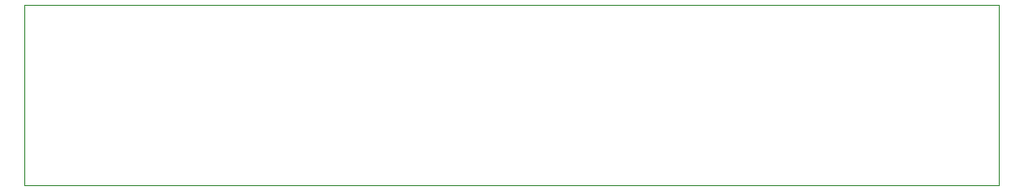
<source format=gbr>
%TF.GenerationSoftware,KiCad,Pcbnew,9.0.6*%
%TF.CreationDate,2025-12-28T22:26:22+01:00*%
%TF.ProjectId,VoxSense,566f7853-656e-4736-952e-6b696361645f,1.0*%
%TF.SameCoordinates,Original*%
%TF.FileFunction,Profile,NP*%
%FSLAX46Y46*%
G04 Gerber Fmt 4.6, Leading zero omitted, Abs format (unit mm)*
G04 Created by KiCad (PCBNEW 9.0.6) date 2025-12-28 22:26:22*
%MOMM*%
%LPD*%
G01*
G04 APERTURE LIST*
%TA.AperFunction,Profile*%
%ADD10C,0.050000*%
%TD*%
G04 APERTURE END LIST*
D10*
X151941201Y-64980900D02*
X151941201Y-80728900D01*
X66940900Y-80728900D02*
X151941201Y-80728900D01*
X151941201Y-64980900D02*
X66940900Y-64980900D01*
X66940900Y-64980900D02*
X66940900Y-80728900D01*
M02*

</source>
